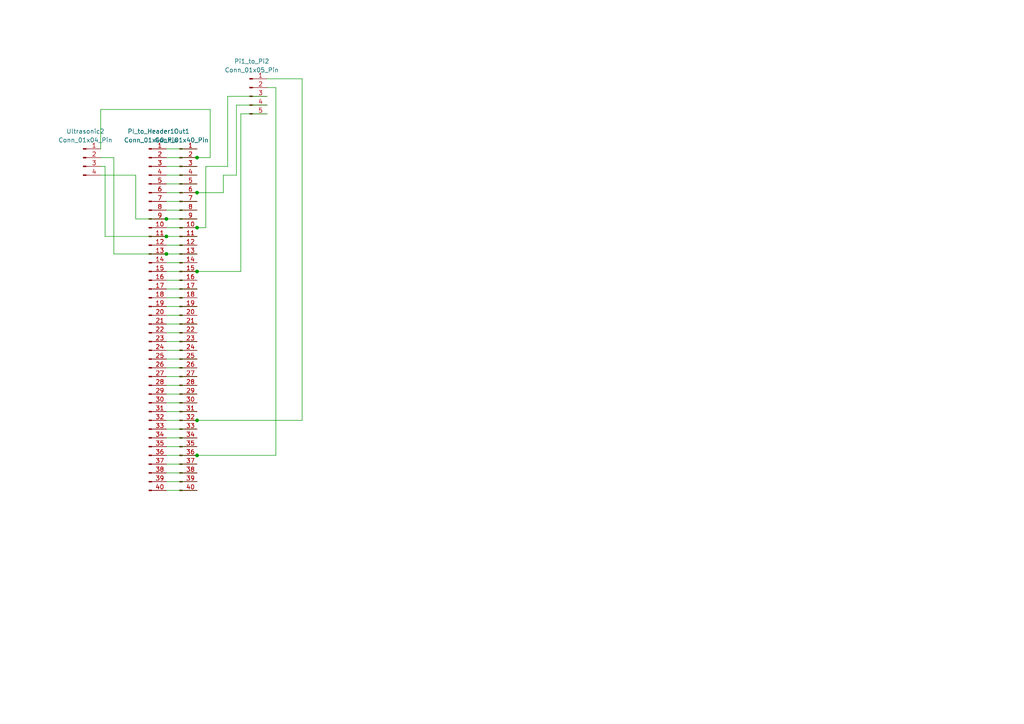
<source format=kicad_sch>
(kicad_sch (version 20230121) (generator eeschema)
  (paper "A4")
  (lib_symbols
    (symbol "Connector:Conn_01x04_Pin" (pin_names (offset 1.016) hide)
      (property "Reference" "J" (at 0 5.08 0))
      (property "Value" "Conn_01x04_Pin" (at 0 -7.62 0))
      (symbol "Conn_01x04_Pin_1_1"
        (polyline (pts (xy 1.27 -5.08) (xy 0.8636 -5.08)) (stroke (width 0.1524)))
        (polyline (pts (xy 1.27 -2.54) (xy 0.8636 -2.54)) (stroke (width 0.1524)))
        (polyline (pts (xy 1.27 0) (xy 0.8636 0)) (stroke (width 0.1524)))
        (polyline (pts (xy 1.27 2.54) (xy 0.8636 2.54)) (stroke (width 0.1524)))
        (rectangle (start 0.8636 -4.953) (end 0 -5.207) (stroke (width 0.1524)) (fill (type outline)))
        (rectangle (start 0.8636 -2.413) (end 0 -2.667) (stroke (width 0.1524)) (fill (type outline)))
        (rectangle (start 0.8636 0.127) (end 0 -0.127) (stroke (width 0.1524)) (fill (type outline)))
        (rectangle (start 0.8636 2.667) (end 0 2.413) (stroke (width 0.1524)) (fill (type outline)))
        (pin passive line (at 5.08 2.54 180) (length 3.81) (name "Pin_1") (number "1"))
        (pin passive line (at 5.08 0 180) (length 3.81) (name "Pin_2") (number "2"))
        (pin passive line (at 5.08 -2.54 180) (length 3.81) (name "Pin_3") (number "3"))
        (pin passive line (at 5.08 -5.08 180) (length 3.81) (name "Pin_4") (number "4"))
      )
    )
    (symbol "Connector:Conn_01x05_Pin" (pin_names (offset 1.016) hide)
      (property "Reference" "J" (at 0 7.62 0))
      (property "Value" "Conn_01x05_Pin" (at 0 -7.62 0))
      (symbol "Conn_01x05_Pin_1_1"
        (polyline (pts (xy 1.27 -5.08) (xy 0.8636 -5.08)) (stroke (width 0.1524)))
        (polyline (pts (xy 1.27 -2.54) (xy 0.8636 -2.54)) (stroke (width 0.1524)))
        (polyline (pts (xy 1.27 0) (xy 0.8636 0)) (stroke (width 0.1524)))
        (polyline (pts (xy 1.27 2.54) (xy 0.8636 2.54)) (stroke (width 0.1524)))
        (polyline (pts (xy 1.27 5.08) (xy 0.8636 5.08)) (stroke (width 0.1524)))
        (rectangle (start 0.8636 -4.953) (end 0 -5.207) (stroke (width 0.1524)) (fill (type outline)))
        (rectangle (start 0.8636 -2.413) (end 0 -2.667) (stroke (width 0.1524)) (fill (type outline)))
        (rectangle (start 0.8636 0.127) (end 0 -0.127) (stroke (width 0.1524)) (fill (type outline)))
        (rectangle (start 0.8636 2.667) (end 0 2.413) (stroke (width 0.1524)) (fill (type outline)))
        (rectangle (start 0.8636 5.207) (end 0 4.953) (stroke (width 0.1524)) (fill (type outline)))
        (pin passive line (at 5.08 5.08 180) (length 3.81) (name "Pin_1") (number "1"))
        (pin passive line (at 5.08 2.54 180) (length 3.81) (name "Pin_2") (number "2"))
        (pin passive line (at 5.08 0 180) (length 3.81) (name "Pin_3") (number "3"))
        (pin passive line (at 5.08 -2.54 180) (length 3.81) (name "Pin_4") (number "4"))
        (pin passive line (at 5.08 -5.08 180) (length 3.81) (name "Pin_5") (number "5"))
      )
    )
    (symbol "Connector:Conn_01x40_Pin" (pin_names (offset 1.016) hide)
      (property "Reference" "J" (at 0 50.8 0))
      (property "Value" "Conn_01x40_Pin" (at 0 -53.34 0))
      (symbol "Conn_01x40_Pin_1_1"
        (polyline (pts (xy 1.27 -50.8) (xy 0.8636 -50.8)) (stroke (width 0.1524)))
        (polyline (pts (xy 1.27 -48.26) (xy 0.8636 -48.26)) (stroke (width 0.1524)))
        (polyline (pts (xy 1.27 -45.72) (xy 0.8636 -45.72)) (stroke (width 0.1524)))
        (polyline (pts (xy 1.27 -43.18) (xy 0.8636 -43.18)) (stroke (width 0.1524)))
        (polyline (pts (xy 1.27 -40.64) (xy 0.8636 -40.64)) (stroke (width 0.1524)))
        (polyline (pts (xy 1.27 -38.1) (xy 0.8636 -38.1)) (stroke (width 0.1524)))
        (polyline (pts (xy 1.27 -35.56) (xy 0.8636 -35.56)) (stroke (width 0.1524)))
        (polyline (pts (xy 1.27 -33.02) (xy 0.8636 -33.02)) (stroke (width 0.1524)))
        (polyline (pts (xy 1.27 -30.48) (xy 0.8636 -30.48)) (stroke (width 0.1524)))
        (polyline (pts (xy 1.27 -27.94) (xy 0.8636 -27.94)) (stroke (width 0.1524)))
        (polyline (pts (xy 1.27 -25.4) (xy 0.8636 -25.4)) (stroke (width 0.1524)))
        (polyline (pts (xy 1.27 -22.86) (xy 0.8636 -22.86)) (stroke (width 0.1524)))
        (polyline (pts (xy 1.27 -20.32) (xy 0.8636 -20.32)) (stroke (width 0.1524)))
        (polyline (pts (xy 1.27 -17.78) (xy 0.8636 -17.78)) (stroke (width 0.1524)))
        (polyline (pts (xy 1.27 -15.24) (xy 0.8636 -15.24)) (stroke (width 0.1524)))
        (polyline (pts (xy 1.27 -12.7) (xy 0.8636 -12.7)) (stroke (width 0.1524)))
        (polyline (pts (xy 1.27 -10.16) (xy 0.8636 -10.16)) (stroke (width 0.1524)))
        (polyline (pts (xy 1.27 -7.62) (xy 0.8636 -7.62)) (stroke (width 0.1524)))
        (polyline (pts (xy 1.27 -5.08) (xy 0.8636 -5.08)) (stroke (width 0.1524)))
        (polyline (pts (xy 1.27 -2.54) (xy 0.8636 -2.54)) (stroke (width 0.1524)))
        (polyline (pts (xy 1.27 0) (xy 0.8636 0)) (stroke (width 0.1524)))
        (polyline (pts (xy 1.27 2.54) (xy 0.8636 2.54)) (stroke (width 0.1524)))
        (polyline (pts (xy 1.27 5.08) (xy 0.8636 5.08)) (stroke (width 0.1524)))
        (polyline (pts (xy 1.27 7.62) (xy 0.8636 7.62)) (stroke (width 0.1524)))
        (polyline (pts (xy 1.27 10.16) (xy 0.8636 10.16)) (stroke (width 0.1524)))
        (polyline (pts (xy 1.27 12.7) (xy 0.8636 12.7)) (stroke (width 0.1524)))
        (polyline (pts (xy 1.27 15.24) (xy 0.8636 15.24)) (stroke (width 0.1524)))
        (polyline (pts (xy 1.27 17.78) (xy 0.8636 17.78)) (stroke (width 0.1524)))
        (polyline (pts (xy 1.27 20.32) (xy 0.8636 20.32)) (stroke (width 0.1524)))
        (polyline (pts (xy 1.27 22.86) (xy 0.8636 22.86)) (stroke (width 0.1524)))
        (polyline (pts (xy 1.27 25.4) (xy 0.8636 25.4)) (stroke (width 0.1524)))
        (polyline (pts (xy 1.27 27.94) (xy 0.8636 27.94)) (stroke (width 0.1524)))
        (polyline (pts (xy 1.27 30.48) (xy 0.8636 30.48)) (stroke (width 0.1524)))
        (polyline (pts (xy 1.27 33.02) (xy 0.8636 33.02)) (stroke (width 0.1524)))
        (polyline (pts (xy 1.27 35.56) (xy 0.8636 35.56)) (stroke (width 0.1524)))
        (polyline (pts (xy 1.27 38.1) (xy 0.8636 38.1)) (stroke (width 0.1524)))
        (polyline (pts (xy 1.27 40.64) (xy 0.8636 40.64)) (stroke (width 0.1524)))
        (polyline (pts (xy 1.27 43.18) (xy 0.8636 43.18)) (stroke (width 0.1524)))
        (polyline (pts (xy 1.27 45.72) (xy 0.8636 45.72)) (stroke (width 0.1524)))
        (polyline (pts (xy 1.27 48.26) (xy 0.8636 48.26)) (stroke (width 0.1524)))
        (rectangle (start 0.8636 -50.673) (end 0 -50.927) (stroke (width 0.1524)) (fill (type outline)))
        (rectangle (start 0.8636 -48.133) (end 0 -48.387) (stroke (width 0.1524)) (fill (type outline)))
        (rectangle (start 0.8636 -45.593) (end 0 -45.847) (stroke (width 0.1524)) (fill (type outline)))
        (rectangle (start 0.8636 -43.053) (end 0 -43.307) (stroke (width 0.1524)) (fill (type outline)))
        (rectangle (start 0.8636 -40.513) (end 0 -40.767) (stroke (width 0.1524)) (fill (type outline)))
        (rectangle (start 0.8636 -37.973) (end 0 -38.227) (stroke (width 0.1524)) (fill (type outline)))
        (rectangle (start 0.8636 -35.433) (end 0 -35.687) (stroke (width 0.1524)) (fill (type outline)))
        (rectangle (start 0.8636 -32.893) (end 0 -33.147) (stroke (width 0.1524)) (fill (type outline)))
        (rectangle (start 0.8636 -30.353) (end 0 -30.607) (stroke (width 0.1524)) (fill (type outline)))
        (rectangle (start 0.8636 -27.813) (end 0 -28.067) (stroke (width 0.1524)) (fill (type outline)))
        (rectangle (start 0.8636 -25.273) (end 0 -25.527) (stroke (width 0.1524)) (fill (type outline)))
        (rectangle (start 0.8636 -22.733) (end 0 -22.987) (stroke (width 0.1524)) (fill (type outline)))
        (rectangle (start 0.8636 -20.193) (end 0 -20.447) (stroke (width 0.1524)) (fill (type outline)))
        (rectangle (start 0.8636 -17.653) (end 0 -17.907) (stroke (width 0.1524)) (fill (type outline)))
        (rectangle (start 0.8636 -15.113) (end 0 -15.367) (stroke (width 0.1524)) (fill (type outline)))
        (rectangle (start 0.8636 -12.573) (end 0 -12.827) (stroke (width 0.1524)) (fill (type outline)))
        (rectangle (start 0.8636 -10.033) (end 0 -10.287) (stroke (width 0.1524)) (fill (type outline)))
        (rectangle (start 0.8636 -7.493) (end 0 -7.747) (stroke (width 0.1524)) (fill (type outline)))
        (rectangle (start 0.8636 -4.953) (end 0 -5.207) (stroke (width 0.1524)) (fill (type outline)))
        (rectangle (start 0.8636 -2.413) (end 0 -2.667) (stroke (width 0.1524)) (fill (type outline)))
        (rectangle (start 0.8636 0.127) (end 0 -0.127) (stroke (width 0.1524)) (fill (type outline)))
        (rectangle (start 0.8636 2.667) (end 0 2.413) (stroke (width 0.1524)) (fill (type outline)))
        (rectangle (start 0.8636 5.207) (end 0 4.953) (stroke (width 0.1524)) (fill (type outline)))
        (rectangle (start 0.8636 7.747) (end 0 7.493) (stroke (width 0.1524)) (fill (type outline)))
        (rectangle (start 0.8636 10.287) (end 0 10.033) (stroke (width 0.1524)) (fill (type outline)))
        (rectangle (start 0.8636 12.827) (end 0 12.573) (stroke (width 0.1524)) (fill (type outline)))
        (rectangle (start 0.8636 15.367) (end 0 15.113) (stroke (width 0.1524)) (fill (type outline)))
        (rectangle (start 0.8636 17.907) (end 0 17.653) (stroke (width 0.1524)) (fill (type outline)))
        (rectangle (start 0.8636 20.447) (end 0 20.193) (stroke (width 0.1524)) (fill (type outline)))
        (rectangle (start 0.8636 22.987) (end 0 22.733) (stroke (width 0.1524)) (fill (type outline)))
        (rectangle (start 0.8636 25.527) (end 0 25.273) (stroke (width 0.1524)) (fill (type outline)))
        (rectangle (start 0.8636 28.067) (end 0 27.813) (stroke (width 0.1524)) (fill (type outline)))
        (rectangle (start 0.8636 30.607) (end 0 30.353) (stroke (width 0.1524)) (fill (type outline)))
        (rectangle (start 0.8636 33.147) (end 0 32.893) (stroke (width 0.1524)) (fill (type outline)))
        (rectangle (start 0.8636 35.687) (end 0 35.433) (stroke (width 0.1524)) (fill (type outline)))
        (rectangle (start 0.8636 38.227) (end 0 37.973) (stroke (width 0.1524)) (fill (type outline)))
        (rectangle (start 0.8636 40.767) (end 0 40.513) (stroke (width 0.1524)) (fill (type outline)))
        (rectangle (start 0.8636 43.307) (end 0 43.053) (stroke (width 0.1524)) (fill (type outline)))
        (rectangle (start 0.8636 45.847) (end 0 45.593) (stroke (width 0.1524)) (fill (type outline)))
        (rectangle (start 0.8636 48.387) (end 0 48.133) (stroke (width 0.1524)) (fill (type outline)))
        (pin passive line (at 5.08 48.26 180) (length 3.81) (name "Pin_1") (number "1"))
        (pin passive line (at 5.08 25.4 180) (length 3.81) (name "Pin_10") (number "10"))
        (pin passive line (at 5.08 22.86 180) (length 3.81) (name "Pin_11") (number "11"))
        (pin passive line (at 5.08 20.32 180) (length 3.81) (name "Pin_12") (number "12"))
        (pin passive line (at 5.08 17.78 180) (length 3.81) (name "Pin_13") (number "13"))
        (pin passive line (at 5.08 15.24 180) (length 3.81) (name "Pin_14") (number "14"))
        (pin passive line (at 5.08 12.7 180) (length 3.81) (name "Pin_15") (number "15"))
        (pin passive line (at 5.08 10.16 180) (length 3.81) (name "Pin_16") (number "16"))
        (pin passive line (at 5.08 7.62 180) (length 3.81) (name "Pin_17") (number "17"))
        (pin passive line (at 5.08 5.08 180) (length 3.81) (name "Pin_18") (number "18"))
        (pin passive line (at 5.08 2.54 180) (length 3.81) (name "Pin_19") (number "19"))
        (pin passive line (at 5.08 45.72 180) (length 3.81) (name "Pin_2") (number "2"))
        (pin passive line (at 5.08 0 180) (length 3.81) (name "Pin_20") (number "20"))
        (pin passive line (at 5.08 -2.54 180) (length 3.81) (name "Pin_21") (number "21"))
        (pin passive line (at 5.08 -5.08 180) (length 3.81) (name "Pin_22") (number "22"))
        (pin passive line (at 5.08 -7.62 180) (length 3.81) (name "Pin_23") (number "23"))
        (pin passive line (at 5.08 -10.16 180) (length 3.81) (name "Pin_24") (number "24"))
        (pin passive line (at 5.08 -12.7 180) (length 3.81) (name "Pin_25") (number "25"))
        (pin passive line (at 5.08 -15.24 180) (length 3.81) (name "Pin_26") (number "26"))
        (pin passive line (at 5.08 -17.78 180) (length 3.81) (name "Pin_27") (number "27"))
        (pin passive line (at 5.08 -20.32 180) (length 3.81) (name "Pin_28") (number "28"))
        (pin passive line (at 5.08 -22.86 180) (length 3.81) (name "Pin_29") (number "29"))
        (pin passive line (at 5.08 43.18 180) (length 3.81) (name "Pin_3") (number "3"))
        (pin passive line (at 5.08 -25.4 180) (length 3.81) (name "Pin_30") (number "30"))
        (pin passive line (at 5.08 -27.94 180) (length 3.81) (name "Pin_31") (number "31"))
        (pin passive line (at 5.08 -30.48 180) (length 3.81) (name "Pin_32") (number "32"))
        (pin passive line (at 5.08 -33.02 180) (length 3.81) (name "Pin_33") (number "33"))
        (pin passive line (at 5.08 -35.56 180) (length 3.81) (name "Pin_34") (number "34"))
        (pin passive line (at 5.08 -38.1 180) (length 3.81) (name "Pin_35") (number "35"))
        (pin passive line (at 5.08 -40.64 180) (length 3.81) (name "Pin_36") (number "36"))
        (pin passive line (at 5.08 -43.18 180) (length 3.81) (name "Pin_37") (number "37"))
        (pin passive line (at 5.08 -45.72 180) (length 3.81) (name "Pin_38") (number "38"))
        (pin passive line (at 5.08 -48.26 180) (length 3.81) (name "Pin_39") (number "39"))
        (pin passive line (at 5.08 40.64 180) (length 3.81) (name "Pin_4") (number "4"))
        (pin passive line (at 5.08 -50.8 180) (length 3.81) (name "Pin_40") (number "40"))
        (pin passive line (at 5.08 38.1 180) (length 3.81) (name "Pin_5") (number "5"))
        (pin passive line (at 5.08 35.56 180) (length 3.81) (name "Pin_6") (number "6"))
        (pin passive line (at 5.08 33.02 180) (length 3.81) (name "Pin_7") (number "7"))
        (pin passive line (at 5.08 30.48 180) (length 3.81) (name "Pin_8") (number "8"))
        (pin passive line (at 5.08 27.94 180) (length 3.81) (name "Pin_9") (number "9"))
      )
    )
  )
  (junction (at 57.15 45.72))
  (junction (at 57.15 121.92))
  (junction (at 57.15 132.08))
  (junction (at 48.26 63.5))
  (junction (at 57.15 66.04))
  (junction (at 48.26 68.58))
  (junction (at 57.15 78.74))
  (junction (at 57.15 55.88))
  (junction (at 48.26 73.66))
  (wire (pts (xy 48.26 88.9) (xy 57.15 88.9)))
  (wire (pts (xy 48.26 53.34) (xy 57.15 53.34)))
  (wire (pts (xy 48.26 99.06) (xy 57.15 99.06)))
  (wire (pts (xy 68.58 50.8) (xy 64.77 50.8)))
  (wire (pts (xy 48.26 86.36) (xy 57.15 86.36)))
  (wire (pts (xy 68.58 30.48) (xy 77.47 30.48)))
  (wire (pts (xy 69.85 33.02) (xy 69.85 78.74)))
  (wire (pts (xy 48.26 68.58) (xy 57.15 68.58)))
  (wire (pts (xy 48.26 121.92) (xy 57.15 121.92)))
  (wire (pts (xy 48.26 109.22) (xy 57.15 109.22)))
  (wire (pts (xy 48.26 106.68) (xy 57.15 106.68)))
  (wire (pts (xy 48.26 66.04) (xy 57.15 66.04)))
  (wire (pts (xy 57.15 121.92) (xy 87.63 121.92)))
  (wire (pts (xy 48.26 73.66) (xy 57.15 73.66)))
  (wire (pts (xy 48.26 93.98) (xy 57.15 93.98)))
  (wire (pts (xy 29.21 31.75) (xy 60.96 31.75)))
  (wire (pts (xy 33.02 45.72) (xy 33.02 73.66)))
  (wire (pts (xy 48.26 129.54) (xy 57.15 129.54)))
  (wire (pts (xy 57.15 66.04) (xy 59.69 66.04)))
  (wire (pts (xy 48.26 58.42) (xy 57.15 58.42)))
  (wire (pts (xy 30.48 68.58) (xy 48.26 68.58)))
  (wire (pts (xy 48.26 43.18) (xy 57.15 43.18)))
  (wire (pts (xy 29.21 48.26) (xy 30.48 48.26)))
  (wire (pts (xy 57.15 132.08) (xy 80.01 132.08)))
  (wire (pts (xy 66.04 27.94) (xy 77.47 27.94)))
  (wire (pts (xy 48.26 127) (xy 57.15 127)))
  (wire (pts (xy 33.02 73.66) (xy 48.26 73.66)))
  (wire (pts (xy 48.26 137.16) (xy 57.15 137.16)))
  (wire (pts (xy 48.26 116.84) (xy 57.15 116.84)))
  (wire (pts (xy 48.26 50.8) (xy 57.15 50.8)))
  (wire (pts (xy 68.58 30.48) (xy 68.58 50.8)))
  (wire (pts (xy 87.63 22.86) (xy 87.63 121.92)))
  (wire (pts (xy 77.47 33.02) (xy 69.85 33.02)))
  (wire (pts (xy 57.15 55.88) (xy 64.77 55.88)))
  (wire (pts (xy 48.26 96.52) (xy 57.15 96.52)))
  (wire (pts (xy 48.26 124.46) (xy 57.15 124.46)))
  (wire (pts (xy 48.26 104.14) (xy 57.15 104.14)))
  (wire (pts (xy 48.26 55.88) (xy 57.15 55.88)))
  (wire (pts (xy 48.26 91.44) (xy 57.15 91.44)))
  (wire (pts (xy 39.37 50.8) (xy 39.37 63.5)))
  (wire (pts (xy 60.96 31.75) (xy 60.96 45.72)))
  (wire (pts (xy 48.26 134.62) (xy 57.15 134.62)))
  (wire (pts (xy 30.48 48.26) (xy 30.48 68.58)))
  (wire (pts (xy 57.15 45.72) (xy 60.96 45.72)))
  (wire (pts (xy 80.01 25.4) (xy 80.01 132.08)))
  (wire (pts (xy 48.26 83.82) (xy 57.15 83.82)))
  (wire (pts (xy 64.77 50.8) (xy 64.77 55.88)))
  (wire (pts (xy 77.47 25.4) (xy 80.01 25.4)))
  (wire (pts (xy 48.26 119.38) (xy 57.15 119.38)))
  (wire (pts (xy 39.37 63.5) (xy 48.26 63.5)))
  (wire (pts (xy 66.04 48.26) (xy 59.69 48.26)))
  (wire (pts (xy 66.04 27.94) (xy 66.04 48.26)))
  (wire (pts (xy 48.26 45.72) (xy 57.15 45.72)))
  (wire (pts (xy 77.47 22.86) (xy 87.63 22.86)))
  (wire (pts (xy 29.21 45.72) (xy 33.02 45.72)))
  (wire (pts (xy 48.26 71.12) (xy 57.15 71.12)))
  (wire (pts (xy 48.26 78.74) (xy 57.15 78.74)))
  (wire (pts (xy 48.26 132.08) (xy 57.15 132.08)))
  (wire (pts (xy 48.26 139.7) (xy 57.15 139.7)))
  (wire (pts (xy 48.26 48.26) (xy 57.15 48.26)))
  (wire (pts (xy 48.26 63.5) (xy 57.15 63.5)))
  (wire (pts (xy 59.69 48.26) (xy 59.69 66.04)))
  (wire (pts (xy 48.26 81.28) (xy 57.15 81.28)))
  (wire (pts (xy 48.26 101.6) (xy 57.15 101.6)))
  (wire (pts (xy 48.26 76.2) (xy 57.15 76.2)))
  (wire (pts (xy 48.26 114.3) (xy 57.15 114.3)))
  (wire (pts (xy 48.26 111.76) (xy 57.15 111.76)))
  (wire (pts (xy 48.26 142.24) (xy 57.15 142.24)))
  (wire (pts (xy 29.21 50.8) (xy 39.37 50.8)))
  (wire (pts (xy 57.15 78.74) (xy 69.85 78.74)))
  (wire (pts (xy 48.26 60.96) (xy 57.15 60.96)))
  (wire (pts (xy 29.21 43.18) (xy 29.21 31.75)))
  (symbol (lib_id "Connector:Conn_01x05_Pin") (at 72.39 27.94 0) (unit 1)
    (property "Reference" "Pi1_to_Pi2" (at 73.025 17.78 0))
    (property "Value" "Conn_01x05_Pin" (at 73.025 20.32 0))
    (property "Footprint" "Connector_JST:JST_EH_B5B-EH-A_1x05_P2.50mm_Vertical" (effects hide))
  )
  (symbol (lib_id "Connector:Conn_01x40_Pin") (at 43.18 91.44 0) (unit 1)
    (property "Reference" "PI_to_Header1" (at 43.815 38.1 0))
    (property "Value" "Conn_01x40_Pin" (at 43.815 40.64 0))
    (property "Footprint" "20_pin_header_kicad:TE_7-146256-0" (effects hide))
  )
  (symbol (lib_id "Connector:Conn_01x04_Pin") (at 24.13 45.72 0) (unit 1)
    (property "Reference" "Ultrasonic2" (at 24.765 38.1 0))
    (property "Value" "Conn_01x04_Pin" (at 24.765 40.64 0))
    (property "Footprint" "Connector_JST:JST_EH_B4B-EH-A_1x04_P2.50mm_Vertical" (effects hide))
  )
  (symbol (lib_id "Connector:Conn_01x40_Pin") (at 52.07 91.44 0) (unit 1)
    (property "Reference" "Out1" (at 52.705 38.1 0))
    (property "Value" "Conn_01x40_Pin" (at 52.705 40.64 0))
    (property "Footprint" "20_pin_header_kicad:TE_7-146256-0" (effects hide))
  )
)
</source>
